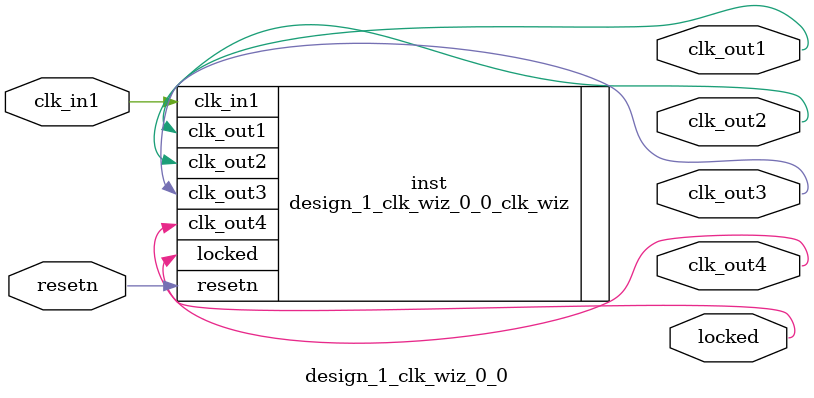
<source format=v>


`timescale 1ps/1ps

(* CORE_GENERATION_INFO = "design_1_clk_wiz_0_0,clk_wiz_v6_0_4_0_0,{component_name=design_1_clk_wiz_0_0,use_phase_alignment=true,use_min_o_jitter=false,use_max_i_jitter=false,use_dyn_phase_shift=false,use_inclk_switchover=false,use_dyn_reconfig=false,enable_axi=0,feedback_source=FDBK_AUTO,PRIMITIVE=MMCM,num_out_clk=4,clkin1_period=10.000,clkin2_period=10.000,use_power_down=false,use_reset=true,use_locked=true,use_inclk_stopped=false,feedback_type=SINGLE,CLOCK_MGR_TYPE=NA,manual_override=false}" *)

module design_1_clk_wiz_0_0 
 (
  // Clock out ports
  output        clk_out1,
  output        clk_out2,
  output        clk_out3,
  output        clk_out4,
  // Status and control signals
  input         resetn,
  output        locked,
 // Clock in ports
  input         clk_in1
 );

  design_1_clk_wiz_0_0_clk_wiz inst
  (
  // Clock out ports  
  .clk_out1(clk_out1),
  .clk_out2(clk_out2),
  .clk_out3(clk_out3),
  .clk_out4(clk_out4),
  // Status and control signals               
  .resetn(resetn), 
  .locked(locked),
 // Clock in ports
  .clk_in1(clk_in1)
  );

endmodule

</source>
